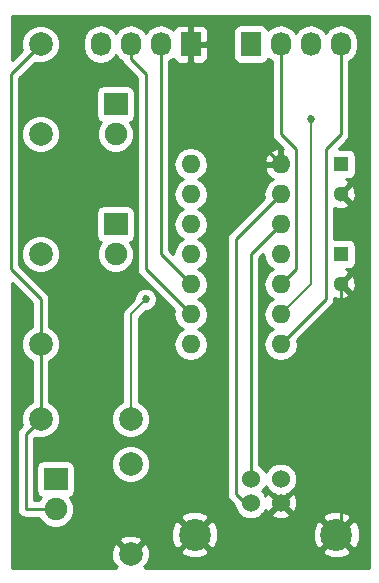
<source format=gtl>
G04 #@! TF.FileFunction,Copper,L1,Top,Signal*
%FSLAX46Y46*%
G04 Gerber Fmt 4.6, Leading zero omitted, Abs format (unit mm)*
G04 Created by KiCad (PCBNEW 4.0.4+e1-6308~48~ubuntu16.04.1-stable) date Thu Oct 20 18:00:38 2016*
%MOMM*%
%LPD*%
G01*
G04 APERTURE LIST*
%ADD10C,0.100000*%
%ADD11R,1.300000X1.300000*%
%ADD12C,1.300000*%
%ADD13R,2.000000X1.900000*%
%ADD14C,1.900000*%
%ADD15C,1.524000*%
%ADD16C,2.700020*%
%ADD17R,1.727200X2.032000*%
%ADD18O,1.727200X2.032000*%
%ADD19O,1.600000X1.600000*%
%ADD20C,1.998980*%
%ADD21C,0.685800*%
%ADD22C,0.250000*%
%ADD23C,0.152400*%
%ADD24C,0.254000*%
G04 APERTURE END LIST*
D10*
D11*
X157480000Y-85090000D03*
D12*
X157480000Y-87590000D03*
D11*
X157480000Y-92710000D03*
D12*
X157480000Y-95210000D03*
D13*
X133350000Y-111760000D03*
D14*
X133350000Y-114300000D03*
D13*
X138430000Y-80010000D03*
D14*
X138430000Y-82550000D03*
D13*
X138430000Y-90170000D03*
D14*
X138430000Y-92710000D03*
D15*
X149860000Y-111760000D03*
X152400000Y-111760000D03*
X152400000Y-113758980D03*
X149860000Y-113758980D03*
D16*
X145130520Y-116459000D03*
X157129480Y-116459000D03*
D17*
X144780000Y-74930000D03*
D18*
X142240000Y-74930000D03*
X139700000Y-74930000D03*
X137160000Y-74930000D03*
D17*
X149860000Y-74930000D03*
D18*
X152400000Y-74930000D03*
X154940000Y-74930000D03*
X157480000Y-74930000D03*
D19*
X144780000Y-85090000D03*
X144780000Y-87630000D03*
X144780000Y-90170000D03*
X144780000Y-92710000D03*
X144780000Y-95250000D03*
X144780000Y-97790000D03*
X144780000Y-100330000D03*
X152400000Y-100330000D03*
X152400000Y-97790000D03*
X152400000Y-95250000D03*
X152400000Y-92710000D03*
X152400000Y-90170000D03*
X152400000Y-87630000D03*
X152400000Y-85090000D03*
D20*
X139700000Y-110490000D03*
X139700000Y-118110000D03*
X139700000Y-106680000D03*
X132080000Y-106680000D03*
X132080000Y-74930000D03*
X132080000Y-82550000D03*
X132080000Y-100330000D03*
X132080000Y-92710000D03*
D21*
X154940000Y-81280000D03*
X140970000Y-96520000D03*
D22*
X132080000Y-74930000D02*
X129540000Y-77470000D01*
X129540000Y-77470000D02*
X129540000Y-93980000D01*
X129540000Y-93980000D02*
X132080000Y-96520000D01*
X132080000Y-96520000D02*
X132080000Y-100330000D01*
X132080000Y-106680000D02*
X130810000Y-107950000D01*
X130810000Y-107950000D02*
X130810000Y-114300000D01*
X130810000Y-114300000D02*
X133350000Y-114300000D01*
X132080000Y-100330000D02*
X132080000Y-106680000D01*
X152400000Y-85090000D02*
X144780000Y-77470000D01*
X144780000Y-77470000D02*
X144780000Y-74930000D01*
X157480000Y-95210000D02*
X157480000Y-116840000D01*
X157480000Y-116840000D02*
X157129480Y-116459000D01*
X157480000Y-87590000D02*
X157480000Y-87630000D01*
X157480000Y-87630000D02*
X158750000Y-88900000D01*
X158750000Y-88900000D02*
X158750000Y-93980000D01*
X158750000Y-93980000D02*
X157480000Y-95250000D01*
X157480000Y-95250000D02*
X157480000Y-95210000D01*
X152400000Y-90170000D02*
X149860000Y-92710000D01*
X149860000Y-92710000D02*
X149860000Y-111760000D01*
X152400000Y-87630000D02*
X148590000Y-91440000D01*
X148590000Y-91440000D02*
X148590000Y-113030000D01*
X148590000Y-113030000D02*
X149860000Y-114300000D01*
X149860000Y-114300000D02*
X149860000Y-113758980D01*
X144780000Y-95250000D02*
X142240000Y-92710000D01*
X142240000Y-92710000D02*
X142240000Y-74930000D01*
X144780000Y-97790000D02*
X140970000Y-93980000D01*
X140970000Y-93980000D02*
X140970000Y-77470000D01*
X140970000Y-77470000D02*
X139700000Y-76200000D01*
X139700000Y-76200000D02*
X139700000Y-74930000D01*
D23*
X152400000Y-97790000D02*
X154940000Y-95250000D01*
X154940000Y-95250000D02*
X154940000Y-81280000D01*
D22*
X152400000Y-95250000D02*
X153670000Y-93980000D01*
X153670000Y-93980000D02*
X153670000Y-83820000D01*
X153670000Y-83820000D02*
X152400000Y-82550000D01*
X152400000Y-82550000D02*
X152400000Y-74930000D01*
X152400000Y-100330000D02*
X156210000Y-96520000D01*
X156210000Y-96520000D02*
X156210000Y-83820000D01*
X156210000Y-83820000D02*
X157480000Y-82550000D01*
X157480000Y-82550000D02*
X157480000Y-74930000D01*
D23*
X140970000Y-96520000D02*
X139700000Y-97790000D01*
X139700000Y-97790000D02*
X139700000Y-106680000D01*
D24*
G36*
X159893000Y-119253000D02*
X140910284Y-119253000D01*
X140966446Y-119196838D01*
X140852164Y-119082556D01*
X141118965Y-118983958D01*
X141345401Y-118374418D01*
X141326524Y-117864601D01*
X143904524Y-117864601D01*
X144045992Y-118167790D01*
X144782472Y-118452747D01*
X145571940Y-118434174D01*
X146215048Y-118167790D01*
X146356516Y-117864601D01*
X155903484Y-117864601D01*
X156044952Y-118167790D01*
X156781432Y-118452747D01*
X157570900Y-118434174D01*
X158214008Y-118167790D01*
X158355476Y-117864601D01*
X157129480Y-116638605D01*
X155903484Y-117864601D01*
X146356516Y-117864601D01*
X145130520Y-116638605D01*
X143904524Y-117864601D01*
X141326524Y-117864601D01*
X141321341Y-117724623D01*
X141118965Y-117236042D01*
X140852163Y-117137443D01*
X139879605Y-118110000D01*
X139893748Y-118124142D01*
X139714142Y-118303748D01*
X139700000Y-118289605D01*
X139685858Y-118303748D01*
X139506252Y-118124142D01*
X139520395Y-118110000D01*
X138547837Y-117137443D01*
X138281035Y-117236042D01*
X138054599Y-117845582D01*
X138078659Y-118495377D01*
X138281035Y-118983958D01*
X138547836Y-119082556D01*
X138433554Y-119196838D01*
X138489716Y-119253000D01*
X129667000Y-119253000D01*
X129667000Y-116957837D01*
X138727443Y-116957837D01*
X139700000Y-117930395D01*
X140672557Y-116957837D01*
X140573958Y-116691035D01*
X139964418Y-116464599D01*
X139314623Y-116488659D01*
X138826042Y-116691035D01*
X138727443Y-116957837D01*
X129667000Y-116957837D01*
X129667000Y-116110952D01*
X143136773Y-116110952D01*
X143155346Y-116900420D01*
X143421730Y-117543528D01*
X143724919Y-117684996D01*
X144950915Y-116459000D01*
X145310125Y-116459000D01*
X146536121Y-117684996D01*
X146839310Y-117543528D01*
X147124267Y-116807048D01*
X147107891Y-116110952D01*
X155135733Y-116110952D01*
X155154306Y-116900420D01*
X155420690Y-117543528D01*
X155723879Y-117684996D01*
X156949875Y-116459000D01*
X157309085Y-116459000D01*
X158535081Y-117684996D01*
X158838270Y-117543528D01*
X159123227Y-116807048D01*
X159104654Y-116017580D01*
X158838270Y-115374472D01*
X158535081Y-115233004D01*
X157309085Y-116459000D01*
X156949875Y-116459000D01*
X155723879Y-115233004D01*
X155420690Y-115374472D01*
X155135733Y-116110952D01*
X147107891Y-116110952D01*
X147105694Y-116017580D01*
X146839310Y-115374472D01*
X146536121Y-115233004D01*
X145310125Y-116459000D01*
X144950915Y-116459000D01*
X143724919Y-115233004D01*
X143421730Y-115374472D01*
X143136773Y-116110952D01*
X129667000Y-116110952D01*
X129667000Y-95181802D01*
X131320000Y-96834802D01*
X131320000Y-98875504D01*
X131155345Y-98943538D01*
X130695154Y-99402927D01*
X130445794Y-100003453D01*
X130445226Y-100653694D01*
X130693538Y-101254655D01*
X131152927Y-101714846D01*
X131320000Y-101784221D01*
X131320000Y-105225504D01*
X131155345Y-105293538D01*
X130695154Y-105752927D01*
X130445794Y-106353453D01*
X130445226Y-107003694D01*
X130514309Y-107170889D01*
X130272599Y-107412599D01*
X130107852Y-107659161D01*
X130050000Y-107950000D01*
X130050000Y-114300000D01*
X130107852Y-114590839D01*
X130272599Y-114837401D01*
X130519161Y-115002148D01*
X130810000Y-115060000D01*
X131949053Y-115060000D01*
X132005519Y-115196657D01*
X132450997Y-115642914D01*
X133033341Y-115884724D01*
X133663893Y-115885275D01*
X134246657Y-115644481D01*
X134692914Y-115199003D01*
X134753373Y-115053399D01*
X143904524Y-115053399D01*
X145130520Y-116279395D01*
X146356516Y-115053399D01*
X146215048Y-114750210D01*
X145478568Y-114465253D01*
X144689100Y-114483826D01*
X144045992Y-114750210D01*
X143904524Y-115053399D01*
X134753373Y-115053399D01*
X134934724Y-114616659D01*
X134935275Y-113986107D01*
X134694481Y-113403343D01*
X134596971Y-113305663D01*
X134801441Y-113174090D01*
X134946431Y-112961890D01*
X134997440Y-112710000D01*
X134997440Y-110813694D01*
X138065226Y-110813694D01*
X138313538Y-111414655D01*
X138772927Y-111874846D01*
X139373453Y-112124206D01*
X140023694Y-112124774D01*
X140624655Y-111876462D01*
X141084846Y-111417073D01*
X141334206Y-110816547D01*
X141334774Y-110166306D01*
X141086462Y-109565345D01*
X140627073Y-109105154D01*
X140026547Y-108855794D01*
X139376306Y-108855226D01*
X138775345Y-109103538D01*
X138315154Y-109562927D01*
X138065794Y-110163453D01*
X138065226Y-110813694D01*
X134997440Y-110813694D01*
X134997440Y-110810000D01*
X134953162Y-110574683D01*
X134814090Y-110358559D01*
X134601890Y-110213569D01*
X134350000Y-110162560D01*
X132350000Y-110162560D01*
X132114683Y-110206838D01*
X131898559Y-110345910D01*
X131753569Y-110558110D01*
X131702560Y-110810000D01*
X131702560Y-112710000D01*
X131746838Y-112945317D01*
X131885910Y-113161441D01*
X132098110Y-113306431D01*
X132101192Y-113307055D01*
X132007086Y-113400997D01*
X131949367Y-113540000D01*
X131570000Y-113540000D01*
X131570000Y-108264802D01*
X131588917Y-108245885D01*
X131753453Y-108314206D01*
X132403694Y-108314774D01*
X133004655Y-108066462D01*
X133464846Y-107607073D01*
X133714206Y-107006547D01*
X133714208Y-107003694D01*
X138065226Y-107003694D01*
X138313538Y-107604655D01*
X138772927Y-108064846D01*
X139373453Y-108314206D01*
X140023694Y-108314774D01*
X140624655Y-108066462D01*
X141084846Y-107607073D01*
X141334206Y-107006547D01*
X141334774Y-106356306D01*
X141086462Y-105755345D01*
X140627073Y-105295154D01*
X140411200Y-105205516D01*
X140411200Y-98084588D01*
X140997864Y-97497925D01*
X141163663Y-97498069D01*
X141523212Y-97349507D01*
X141798540Y-97074659D01*
X141947730Y-96715370D01*
X141948069Y-96326337D01*
X141799507Y-95966788D01*
X141524659Y-95691460D01*
X141165370Y-95542270D01*
X140776337Y-95541931D01*
X140416788Y-95690493D01*
X140141460Y-95965341D01*
X139992270Y-96324630D01*
X139992124Y-96492087D01*
X139197106Y-97287106D01*
X139042937Y-97517835D01*
X139042937Y-97517836D01*
X138988800Y-97790000D01*
X138988800Y-105205340D01*
X138775345Y-105293538D01*
X138315154Y-105752927D01*
X138065794Y-106353453D01*
X138065226Y-107003694D01*
X133714208Y-107003694D01*
X133714774Y-106356306D01*
X133466462Y-105755345D01*
X133007073Y-105295154D01*
X132840000Y-105225779D01*
X132840000Y-101784496D01*
X133004655Y-101716462D01*
X133464846Y-101257073D01*
X133714206Y-100656547D01*
X133714774Y-100006306D01*
X133466462Y-99405345D01*
X133007073Y-98945154D01*
X132840000Y-98875779D01*
X132840000Y-96520000D01*
X132782148Y-96229161D01*
X132782148Y-96229160D01*
X132617401Y-95982599D01*
X130300000Y-93665198D01*
X130300000Y-93033694D01*
X130445226Y-93033694D01*
X130693538Y-93634655D01*
X131152927Y-94094846D01*
X131753453Y-94344206D01*
X132403694Y-94344774D01*
X133004655Y-94096462D01*
X133464846Y-93637073D01*
X133714206Y-93036547D01*
X133714774Y-92386306D01*
X133466462Y-91785345D01*
X133007073Y-91325154D01*
X132406547Y-91075794D01*
X131756306Y-91075226D01*
X131155345Y-91323538D01*
X130695154Y-91782927D01*
X130445794Y-92383453D01*
X130445226Y-93033694D01*
X130300000Y-93033694D01*
X130300000Y-89220000D01*
X136782560Y-89220000D01*
X136782560Y-91120000D01*
X136826838Y-91355317D01*
X136965910Y-91571441D01*
X137178110Y-91716431D01*
X137181192Y-91717055D01*
X137087086Y-91810997D01*
X136845276Y-92393341D01*
X136844725Y-93023893D01*
X137085519Y-93606657D01*
X137530997Y-94052914D01*
X138113341Y-94294724D01*
X138743893Y-94295275D01*
X139326657Y-94054481D01*
X139772914Y-93609003D01*
X140014724Y-93026659D01*
X140015275Y-92396107D01*
X139774481Y-91813343D01*
X139676971Y-91715663D01*
X139881441Y-91584090D01*
X140026431Y-91371890D01*
X140077440Y-91120000D01*
X140077440Y-89220000D01*
X140033162Y-88984683D01*
X139894090Y-88768559D01*
X139681890Y-88623569D01*
X139430000Y-88572560D01*
X137430000Y-88572560D01*
X137194683Y-88616838D01*
X136978559Y-88755910D01*
X136833569Y-88968110D01*
X136782560Y-89220000D01*
X130300000Y-89220000D01*
X130300000Y-82873694D01*
X130445226Y-82873694D01*
X130693538Y-83474655D01*
X131152927Y-83934846D01*
X131753453Y-84184206D01*
X132403694Y-84184774D01*
X133004655Y-83936462D01*
X133464846Y-83477073D01*
X133714206Y-82876547D01*
X133714774Y-82226306D01*
X133466462Y-81625345D01*
X133007073Y-81165154D01*
X132406547Y-80915794D01*
X131756306Y-80915226D01*
X131155345Y-81163538D01*
X130695154Y-81622927D01*
X130445794Y-82223453D01*
X130445226Y-82873694D01*
X130300000Y-82873694D01*
X130300000Y-79060000D01*
X136782560Y-79060000D01*
X136782560Y-80960000D01*
X136826838Y-81195317D01*
X136965910Y-81411441D01*
X137178110Y-81556431D01*
X137181192Y-81557055D01*
X137087086Y-81650997D01*
X136845276Y-82233341D01*
X136844725Y-82863893D01*
X137085519Y-83446657D01*
X137530997Y-83892914D01*
X138113341Y-84134724D01*
X138743893Y-84135275D01*
X139326657Y-83894481D01*
X139772914Y-83449003D01*
X140014724Y-82866659D01*
X140015275Y-82236107D01*
X139774481Y-81653343D01*
X139676971Y-81555663D01*
X139881441Y-81424090D01*
X140026431Y-81211890D01*
X140077440Y-80960000D01*
X140077440Y-79060000D01*
X140033162Y-78824683D01*
X139894090Y-78608559D01*
X139681890Y-78463569D01*
X139430000Y-78412560D01*
X137430000Y-78412560D01*
X137194683Y-78456838D01*
X136978559Y-78595910D01*
X136833569Y-78808110D01*
X136782560Y-79060000D01*
X130300000Y-79060000D01*
X130300000Y-77784802D01*
X131588917Y-76495885D01*
X131753453Y-76564206D01*
X132403694Y-76564774D01*
X133004655Y-76316462D01*
X133464846Y-75857073D01*
X133714206Y-75256547D01*
X133714652Y-74745255D01*
X135661400Y-74745255D01*
X135661400Y-75114745D01*
X135775474Y-75688234D01*
X136100330Y-76174415D01*
X136586511Y-76499271D01*
X137160000Y-76613345D01*
X137733489Y-76499271D01*
X138219670Y-76174415D01*
X138430000Y-75859634D01*
X138640330Y-76174415D01*
X138980065Y-76401419D01*
X138997852Y-76490839D01*
X139162599Y-76737401D01*
X140210000Y-77784802D01*
X140210000Y-93980000D01*
X140267852Y-94270839D01*
X140432599Y-94517401D01*
X143381312Y-97466114D01*
X143316887Y-97790000D01*
X143426120Y-98339151D01*
X143737189Y-98804698D01*
X144119275Y-99060000D01*
X143737189Y-99315302D01*
X143426120Y-99780849D01*
X143316887Y-100330000D01*
X143426120Y-100879151D01*
X143737189Y-101344698D01*
X144202736Y-101655767D01*
X144751887Y-101765000D01*
X144808113Y-101765000D01*
X145357264Y-101655767D01*
X145822811Y-101344698D01*
X146133880Y-100879151D01*
X146243113Y-100330000D01*
X146133880Y-99780849D01*
X145822811Y-99315302D01*
X145440725Y-99060000D01*
X145822811Y-98804698D01*
X146133880Y-98339151D01*
X146243113Y-97790000D01*
X146133880Y-97240849D01*
X145822811Y-96775302D01*
X145440725Y-96520000D01*
X145822811Y-96264698D01*
X146133880Y-95799151D01*
X146243113Y-95250000D01*
X146133880Y-94700849D01*
X145822811Y-94235302D01*
X145440725Y-93980000D01*
X145822811Y-93724698D01*
X146133880Y-93259151D01*
X146243113Y-92710000D01*
X146133880Y-92160849D01*
X145822811Y-91695302D01*
X145440725Y-91440000D01*
X147830000Y-91440000D01*
X147830000Y-113030000D01*
X147887852Y-113320839D01*
X148052599Y-113567401D01*
X148462809Y-113977611D01*
X148462758Y-114035641D01*
X148674990Y-114549283D01*
X149067630Y-114942609D01*
X149580900Y-115155737D01*
X150136661Y-115156222D01*
X150650303Y-114943990D01*
X150855457Y-114739193D01*
X151599392Y-114739193D01*
X151668857Y-114981377D01*
X152192302Y-115168124D01*
X152747368Y-115140342D01*
X152957266Y-115053399D01*
X155903484Y-115053399D01*
X157129480Y-116279395D01*
X158355476Y-115053399D01*
X158214008Y-114750210D01*
X157477528Y-114465253D01*
X156688060Y-114483826D01*
X156044952Y-114750210D01*
X155903484Y-115053399D01*
X152957266Y-115053399D01*
X153131143Y-114981377D01*
X153200608Y-114739193D01*
X152400000Y-113938585D01*
X151599392Y-114739193D01*
X150855457Y-114739193D01*
X151043629Y-114551350D01*
X151123395Y-114359253D01*
X151177603Y-114490123D01*
X151419787Y-114559588D01*
X152220395Y-113758980D01*
X152579605Y-113758980D01*
X153380213Y-114559588D01*
X153622397Y-114490123D01*
X153809144Y-113966678D01*
X153781362Y-113411612D01*
X153622397Y-113027837D01*
X153380213Y-112958372D01*
X152579605Y-113758980D01*
X152220395Y-113758980D01*
X151419787Y-112958372D01*
X151177603Y-113027837D01*
X151127491Y-113168298D01*
X151045010Y-112968677D01*
X150836168Y-112759470D01*
X151043629Y-112552370D01*
X151129949Y-112344488D01*
X151214990Y-112550303D01*
X151607630Y-112943629D01*
X151875471Y-113054846D01*
X152400000Y-113579375D01*
X152924564Y-113054811D01*
X153190303Y-112945010D01*
X153583629Y-112552370D01*
X153796757Y-112039100D01*
X153797242Y-111483339D01*
X153585010Y-110969697D01*
X153192370Y-110576371D01*
X152679100Y-110363243D01*
X152123339Y-110362758D01*
X151609697Y-110574990D01*
X151216371Y-110967630D01*
X151130051Y-111175512D01*
X151045010Y-110969697D01*
X150652370Y-110576371D01*
X150620000Y-110562930D01*
X150620000Y-93024802D01*
X150937405Y-92707397D01*
X150936887Y-92710000D01*
X151046120Y-93259151D01*
X151357189Y-93724698D01*
X151739275Y-93980000D01*
X151357189Y-94235302D01*
X151046120Y-94700849D01*
X150936887Y-95250000D01*
X151046120Y-95799151D01*
X151357189Y-96264698D01*
X151739275Y-96520000D01*
X151357189Y-96775302D01*
X151046120Y-97240849D01*
X150936887Y-97790000D01*
X151046120Y-98339151D01*
X151357189Y-98804698D01*
X151739275Y-99060000D01*
X151357189Y-99315302D01*
X151046120Y-99780849D01*
X150936887Y-100330000D01*
X151046120Y-100879151D01*
X151357189Y-101344698D01*
X151822736Y-101655767D01*
X152371887Y-101765000D01*
X152428113Y-101765000D01*
X152977264Y-101655767D01*
X153442811Y-101344698D01*
X153753880Y-100879151D01*
X153863113Y-100330000D01*
X153798688Y-100006114D01*
X156747401Y-97057401D01*
X156912148Y-96810839D01*
X156970000Y-96520000D01*
X156970000Y-96393107D01*
X157299078Y-96507622D01*
X157809428Y-96478083D01*
X158143729Y-96339611D01*
X158199410Y-96109016D01*
X157480000Y-95389605D01*
X157465858Y-95403748D01*
X157286253Y-95224143D01*
X157300395Y-95210000D01*
X157659605Y-95210000D01*
X158379016Y-95929410D01*
X158609611Y-95873729D01*
X158777622Y-95390922D01*
X158748083Y-94880572D01*
X158609611Y-94546271D01*
X158379016Y-94490590D01*
X157659605Y-95210000D01*
X157300395Y-95210000D01*
X157286253Y-95195858D01*
X157465858Y-95016252D01*
X157480000Y-95030395D01*
X158199410Y-94310984D01*
X158143729Y-94080389D01*
X157934098Y-94007440D01*
X158130000Y-94007440D01*
X158365317Y-93963162D01*
X158581441Y-93824090D01*
X158726431Y-93611890D01*
X158777440Y-93360000D01*
X158777440Y-92060000D01*
X158733162Y-91824683D01*
X158594090Y-91608559D01*
X158381890Y-91463569D01*
X158130000Y-91412560D01*
X156970000Y-91412560D01*
X156970000Y-88773107D01*
X157299078Y-88887622D01*
X157809428Y-88858083D01*
X158143729Y-88719611D01*
X158199410Y-88489016D01*
X157480000Y-87769605D01*
X157465858Y-87783748D01*
X157286253Y-87604143D01*
X157300395Y-87590000D01*
X157659605Y-87590000D01*
X158379016Y-88309410D01*
X158609611Y-88253729D01*
X158777622Y-87770922D01*
X158748083Y-87260572D01*
X158609611Y-86926271D01*
X158379016Y-86870590D01*
X157659605Y-87590000D01*
X157300395Y-87590000D01*
X157286253Y-87575858D01*
X157465858Y-87396252D01*
X157480000Y-87410395D01*
X158199410Y-86690984D01*
X158143729Y-86460389D01*
X157934098Y-86387440D01*
X158130000Y-86387440D01*
X158365317Y-86343162D01*
X158581441Y-86204090D01*
X158726431Y-85991890D01*
X158777440Y-85740000D01*
X158777440Y-84440000D01*
X158733162Y-84204683D01*
X158594090Y-83988559D01*
X158381890Y-83843569D01*
X158130000Y-83792560D01*
X157312242Y-83792560D01*
X158017401Y-83087401D01*
X158182148Y-82840840D01*
X158240000Y-82550000D01*
X158240000Y-76374648D01*
X158539670Y-76174415D01*
X158864526Y-75688234D01*
X158978600Y-75114745D01*
X158978600Y-74745255D01*
X158864526Y-74171766D01*
X158539670Y-73685585D01*
X158053489Y-73360729D01*
X157480000Y-73246655D01*
X156906511Y-73360729D01*
X156420330Y-73685585D01*
X156210000Y-74000366D01*
X155999670Y-73685585D01*
X155513489Y-73360729D01*
X154940000Y-73246655D01*
X154366511Y-73360729D01*
X153880330Y-73685585D01*
X153670000Y-74000366D01*
X153459670Y-73685585D01*
X152973489Y-73360729D01*
X152400000Y-73246655D01*
X151826511Y-73360729D01*
X151340330Y-73685585D01*
X151330757Y-73699913D01*
X151326762Y-73678683D01*
X151187690Y-73462559D01*
X150975490Y-73317569D01*
X150723600Y-73266560D01*
X148996400Y-73266560D01*
X148761083Y-73310838D01*
X148544959Y-73449910D01*
X148399969Y-73662110D01*
X148348960Y-73914000D01*
X148348960Y-75946000D01*
X148393238Y-76181317D01*
X148532310Y-76397441D01*
X148744510Y-76542431D01*
X148996400Y-76593440D01*
X150723600Y-76593440D01*
X150958917Y-76549162D01*
X151175041Y-76410090D01*
X151320031Y-76197890D01*
X151328400Y-76156561D01*
X151340330Y-76174415D01*
X151640000Y-76374648D01*
X151640000Y-82550000D01*
X151697852Y-82840839D01*
X151862599Y-83087401D01*
X152570699Y-83795501D01*
X152527000Y-83819371D01*
X152527000Y-84963000D01*
X152547000Y-84963000D01*
X152547000Y-85217000D01*
X152527000Y-85217000D01*
X152527000Y-85237000D01*
X152273000Y-85237000D01*
X152273000Y-85217000D01*
X151130085Y-85217000D01*
X151008096Y-85439039D01*
X151168959Y-85827423D01*
X151544866Y-86242389D01*
X151761703Y-86345014D01*
X151357189Y-86615302D01*
X151046120Y-87080849D01*
X150936887Y-87630000D01*
X151001312Y-87953886D01*
X148052599Y-90902599D01*
X147887852Y-91149161D01*
X147830000Y-91440000D01*
X145440725Y-91440000D01*
X145822811Y-91184698D01*
X146133880Y-90719151D01*
X146243113Y-90170000D01*
X146133880Y-89620849D01*
X145822811Y-89155302D01*
X145440725Y-88900000D01*
X145822811Y-88644698D01*
X146133880Y-88179151D01*
X146243113Y-87630000D01*
X146133880Y-87080849D01*
X145822811Y-86615302D01*
X145440725Y-86360000D01*
X145822811Y-86104698D01*
X146133880Y-85639151D01*
X146243113Y-85090000D01*
X146173685Y-84740961D01*
X151008096Y-84740961D01*
X151130085Y-84963000D01*
X152273000Y-84963000D01*
X152273000Y-83819371D01*
X152050959Y-83698086D01*
X151544866Y-83937611D01*
X151168959Y-84352577D01*
X151008096Y-84740961D01*
X146173685Y-84740961D01*
X146133880Y-84540849D01*
X145822811Y-84075302D01*
X145357264Y-83764233D01*
X144808113Y-83655000D01*
X144751887Y-83655000D01*
X144202736Y-83764233D01*
X143737189Y-84075302D01*
X143426120Y-84540849D01*
X143316887Y-85090000D01*
X143426120Y-85639151D01*
X143737189Y-86104698D01*
X144119275Y-86360000D01*
X143737189Y-86615302D01*
X143426120Y-87080849D01*
X143316887Y-87630000D01*
X143426120Y-88179151D01*
X143737189Y-88644698D01*
X144119275Y-88900000D01*
X143737189Y-89155302D01*
X143426120Y-89620849D01*
X143316887Y-90170000D01*
X143426120Y-90719151D01*
X143737189Y-91184698D01*
X144119275Y-91440000D01*
X143737189Y-91695302D01*
X143426120Y-92160849D01*
X143316887Y-92710000D01*
X143317405Y-92712603D01*
X143000000Y-92395198D01*
X143000000Y-76374648D01*
X143299670Y-76174415D01*
X143314500Y-76152220D01*
X143378073Y-76305698D01*
X143556701Y-76484327D01*
X143790090Y-76581000D01*
X144494250Y-76581000D01*
X144653000Y-76422250D01*
X144653000Y-75057000D01*
X144907000Y-75057000D01*
X144907000Y-76422250D01*
X145065750Y-76581000D01*
X145769910Y-76581000D01*
X146003299Y-76484327D01*
X146181927Y-76305698D01*
X146278600Y-76072309D01*
X146278600Y-75215750D01*
X146119850Y-75057000D01*
X144907000Y-75057000D01*
X144653000Y-75057000D01*
X144633000Y-75057000D01*
X144633000Y-74803000D01*
X144653000Y-74803000D01*
X144653000Y-73437750D01*
X144907000Y-73437750D01*
X144907000Y-74803000D01*
X146119850Y-74803000D01*
X146278600Y-74644250D01*
X146278600Y-73787691D01*
X146181927Y-73554302D01*
X146003299Y-73375673D01*
X145769910Y-73279000D01*
X145065750Y-73279000D01*
X144907000Y-73437750D01*
X144653000Y-73437750D01*
X144494250Y-73279000D01*
X143790090Y-73279000D01*
X143556701Y-73375673D01*
X143378073Y-73554302D01*
X143314500Y-73707780D01*
X143299670Y-73685585D01*
X142813489Y-73360729D01*
X142240000Y-73246655D01*
X141666511Y-73360729D01*
X141180330Y-73685585D01*
X140970000Y-74000366D01*
X140759670Y-73685585D01*
X140273489Y-73360729D01*
X139700000Y-73246655D01*
X139126511Y-73360729D01*
X138640330Y-73685585D01*
X138430000Y-74000366D01*
X138219670Y-73685585D01*
X137733489Y-73360729D01*
X137160000Y-73246655D01*
X136586511Y-73360729D01*
X136100330Y-73685585D01*
X135775474Y-74171766D01*
X135661400Y-74745255D01*
X133714652Y-74745255D01*
X133714774Y-74606306D01*
X133466462Y-74005345D01*
X133007073Y-73545154D01*
X132406547Y-73295794D01*
X131756306Y-73295226D01*
X131155345Y-73543538D01*
X130695154Y-74002927D01*
X130445794Y-74603453D01*
X130445226Y-75253694D01*
X130514309Y-75420889D01*
X129667000Y-76268198D01*
X129667000Y-72517000D01*
X159893000Y-72517000D01*
X159893000Y-119253000D01*
X159893000Y-119253000D01*
G37*
X159893000Y-119253000D02*
X140910284Y-119253000D01*
X140966446Y-119196838D01*
X140852164Y-119082556D01*
X141118965Y-118983958D01*
X141345401Y-118374418D01*
X141326524Y-117864601D01*
X143904524Y-117864601D01*
X144045992Y-118167790D01*
X144782472Y-118452747D01*
X145571940Y-118434174D01*
X146215048Y-118167790D01*
X146356516Y-117864601D01*
X155903484Y-117864601D01*
X156044952Y-118167790D01*
X156781432Y-118452747D01*
X157570900Y-118434174D01*
X158214008Y-118167790D01*
X158355476Y-117864601D01*
X157129480Y-116638605D01*
X155903484Y-117864601D01*
X146356516Y-117864601D01*
X145130520Y-116638605D01*
X143904524Y-117864601D01*
X141326524Y-117864601D01*
X141321341Y-117724623D01*
X141118965Y-117236042D01*
X140852163Y-117137443D01*
X139879605Y-118110000D01*
X139893748Y-118124142D01*
X139714142Y-118303748D01*
X139700000Y-118289605D01*
X139685858Y-118303748D01*
X139506252Y-118124142D01*
X139520395Y-118110000D01*
X138547837Y-117137443D01*
X138281035Y-117236042D01*
X138054599Y-117845582D01*
X138078659Y-118495377D01*
X138281035Y-118983958D01*
X138547836Y-119082556D01*
X138433554Y-119196838D01*
X138489716Y-119253000D01*
X129667000Y-119253000D01*
X129667000Y-116957837D01*
X138727443Y-116957837D01*
X139700000Y-117930395D01*
X140672557Y-116957837D01*
X140573958Y-116691035D01*
X139964418Y-116464599D01*
X139314623Y-116488659D01*
X138826042Y-116691035D01*
X138727443Y-116957837D01*
X129667000Y-116957837D01*
X129667000Y-116110952D01*
X143136773Y-116110952D01*
X143155346Y-116900420D01*
X143421730Y-117543528D01*
X143724919Y-117684996D01*
X144950915Y-116459000D01*
X145310125Y-116459000D01*
X146536121Y-117684996D01*
X146839310Y-117543528D01*
X147124267Y-116807048D01*
X147107891Y-116110952D01*
X155135733Y-116110952D01*
X155154306Y-116900420D01*
X155420690Y-117543528D01*
X155723879Y-117684996D01*
X156949875Y-116459000D01*
X157309085Y-116459000D01*
X158535081Y-117684996D01*
X158838270Y-117543528D01*
X159123227Y-116807048D01*
X159104654Y-116017580D01*
X158838270Y-115374472D01*
X158535081Y-115233004D01*
X157309085Y-116459000D01*
X156949875Y-116459000D01*
X155723879Y-115233004D01*
X155420690Y-115374472D01*
X155135733Y-116110952D01*
X147107891Y-116110952D01*
X147105694Y-116017580D01*
X146839310Y-115374472D01*
X146536121Y-115233004D01*
X145310125Y-116459000D01*
X144950915Y-116459000D01*
X143724919Y-115233004D01*
X143421730Y-115374472D01*
X143136773Y-116110952D01*
X129667000Y-116110952D01*
X129667000Y-95181802D01*
X131320000Y-96834802D01*
X131320000Y-98875504D01*
X131155345Y-98943538D01*
X130695154Y-99402927D01*
X130445794Y-100003453D01*
X130445226Y-100653694D01*
X130693538Y-101254655D01*
X131152927Y-101714846D01*
X131320000Y-101784221D01*
X131320000Y-105225504D01*
X131155345Y-105293538D01*
X130695154Y-105752927D01*
X130445794Y-106353453D01*
X130445226Y-107003694D01*
X130514309Y-107170889D01*
X130272599Y-107412599D01*
X130107852Y-107659161D01*
X130050000Y-107950000D01*
X130050000Y-114300000D01*
X130107852Y-114590839D01*
X130272599Y-114837401D01*
X130519161Y-115002148D01*
X130810000Y-115060000D01*
X131949053Y-115060000D01*
X132005519Y-115196657D01*
X132450997Y-115642914D01*
X133033341Y-115884724D01*
X133663893Y-115885275D01*
X134246657Y-115644481D01*
X134692914Y-115199003D01*
X134753373Y-115053399D01*
X143904524Y-115053399D01*
X145130520Y-116279395D01*
X146356516Y-115053399D01*
X146215048Y-114750210D01*
X145478568Y-114465253D01*
X144689100Y-114483826D01*
X144045992Y-114750210D01*
X143904524Y-115053399D01*
X134753373Y-115053399D01*
X134934724Y-114616659D01*
X134935275Y-113986107D01*
X134694481Y-113403343D01*
X134596971Y-113305663D01*
X134801441Y-113174090D01*
X134946431Y-112961890D01*
X134997440Y-112710000D01*
X134997440Y-110813694D01*
X138065226Y-110813694D01*
X138313538Y-111414655D01*
X138772927Y-111874846D01*
X139373453Y-112124206D01*
X140023694Y-112124774D01*
X140624655Y-111876462D01*
X141084846Y-111417073D01*
X141334206Y-110816547D01*
X141334774Y-110166306D01*
X141086462Y-109565345D01*
X140627073Y-109105154D01*
X140026547Y-108855794D01*
X139376306Y-108855226D01*
X138775345Y-109103538D01*
X138315154Y-109562927D01*
X138065794Y-110163453D01*
X138065226Y-110813694D01*
X134997440Y-110813694D01*
X134997440Y-110810000D01*
X134953162Y-110574683D01*
X134814090Y-110358559D01*
X134601890Y-110213569D01*
X134350000Y-110162560D01*
X132350000Y-110162560D01*
X132114683Y-110206838D01*
X131898559Y-110345910D01*
X131753569Y-110558110D01*
X131702560Y-110810000D01*
X131702560Y-112710000D01*
X131746838Y-112945317D01*
X131885910Y-113161441D01*
X132098110Y-113306431D01*
X132101192Y-113307055D01*
X132007086Y-113400997D01*
X131949367Y-113540000D01*
X131570000Y-113540000D01*
X131570000Y-108264802D01*
X131588917Y-108245885D01*
X131753453Y-108314206D01*
X132403694Y-108314774D01*
X133004655Y-108066462D01*
X133464846Y-107607073D01*
X133714206Y-107006547D01*
X133714208Y-107003694D01*
X138065226Y-107003694D01*
X138313538Y-107604655D01*
X138772927Y-108064846D01*
X139373453Y-108314206D01*
X140023694Y-108314774D01*
X140624655Y-108066462D01*
X141084846Y-107607073D01*
X141334206Y-107006547D01*
X141334774Y-106356306D01*
X141086462Y-105755345D01*
X140627073Y-105295154D01*
X140411200Y-105205516D01*
X140411200Y-98084588D01*
X140997864Y-97497925D01*
X141163663Y-97498069D01*
X141523212Y-97349507D01*
X141798540Y-97074659D01*
X141947730Y-96715370D01*
X141948069Y-96326337D01*
X141799507Y-95966788D01*
X141524659Y-95691460D01*
X141165370Y-95542270D01*
X140776337Y-95541931D01*
X140416788Y-95690493D01*
X140141460Y-95965341D01*
X139992270Y-96324630D01*
X139992124Y-96492087D01*
X139197106Y-97287106D01*
X139042937Y-97517835D01*
X139042937Y-97517836D01*
X138988800Y-97790000D01*
X138988800Y-105205340D01*
X138775345Y-105293538D01*
X138315154Y-105752927D01*
X138065794Y-106353453D01*
X138065226Y-107003694D01*
X133714208Y-107003694D01*
X133714774Y-106356306D01*
X133466462Y-105755345D01*
X133007073Y-105295154D01*
X132840000Y-105225779D01*
X132840000Y-101784496D01*
X133004655Y-101716462D01*
X133464846Y-101257073D01*
X133714206Y-100656547D01*
X133714774Y-100006306D01*
X133466462Y-99405345D01*
X133007073Y-98945154D01*
X132840000Y-98875779D01*
X132840000Y-96520000D01*
X132782148Y-96229161D01*
X132782148Y-96229160D01*
X132617401Y-95982599D01*
X130300000Y-93665198D01*
X130300000Y-93033694D01*
X130445226Y-93033694D01*
X130693538Y-93634655D01*
X131152927Y-94094846D01*
X131753453Y-94344206D01*
X132403694Y-94344774D01*
X133004655Y-94096462D01*
X133464846Y-93637073D01*
X133714206Y-93036547D01*
X133714774Y-92386306D01*
X133466462Y-91785345D01*
X133007073Y-91325154D01*
X132406547Y-91075794D01*
X131756306Y-91075226D01*
X131155345Y-91323538D01*
X130695154Y-91782927D01*
X130445794Y-92383453D01*
X130445226Y-93033694D01*
X130300000Y-93033694D01*
X130300000Y-89220000D01*
X136782560Y-89220000D01*
X136782560Y-91120000D01*
X136826838Y-91355317D01*
X136965910Y-91571441D01*
X137178110Y-91716431D01*
X137181192Y-91717055D01*
X137087086Y-91810997D01*
X136845276Y-92393341D01*
X136844725Y-93023893D01*
X137085519Y-93606657D01*
X137530997Y-94052914D01*
X138113341Y-94294724D01*
X138743893Y-94295275D01*
X139326657Y-94054481D01*
X139772914Y-93609003D01*
X140014724Y-93026659D01*
X140015275Y-92396107D01*
X139774481Y-91813343D01*
X139676971Y-91715663D01*
X139881441Y-91584090D01*
X140026431Y-91371890D01*
X140077440Y-91120000D01*
X140077440Y-89220000D01*
X140033162Y-88984683D01*
X139894090Y-88768559D01*
X139681890Y-88623569D01*
X139430000Y-88572560D01*
X137430000Y-88572560D01*
X137194683Y-88616838D01*
X136978559Y-88755910D01*
X136833569Y-88968110D01*
X136782560Y-89220000D01*
X130300000Y-89220000D01*
X130300000Y-82873694D01*
X130445226Y-82873694D01*
X130693538Y-83474655D01*
X131152927Y-83934846D01*
X131753453Y-84184206D01*
X132403694Y-84184774D01*
X133004655Y-83936462D01*
X133464846Y-83477073D01*
X133714206Y-82876547D01*
X133714774Y-82226306D01*
X133466462Y-81625345D01*
X133007073Y-81165154D01*
X132406547Y-80915794D01*
X131756306Y-80915226D01*
X131155345Y-81163538D01*
X130695154Y-81622927D01*
X130445794Y-82223453D01*
X130445226Y-82873694D01*
X130300000Y-82873694D01*
X130300000Y-79060000D01*
X136782560Y-79060000D01*
X136782560Y-80960000D01*
X136826838Y-81195317D01*
X136965910Y-81411441D01*
X137178110Y-81556431D01*
X137181192Y-81557055D01*
X137087086Y-81650997D01*
X136845276Y-82233341D01*
X136844725Y-82863893D01*
X137085519Y-83446657D01*
X137530997Y-83892914D01*
X138113341Y-84134724D01*
X138743893Y-84135275D01*
X139326657Y-83894481D01*
X139772914Y-83449003D01*
X140014724Y-82866659D01*
X140015275Y-82236107D01*
X139774481Y-81653343D01*
X139676971Y-81555663D01*
X139881441Y-81424090D01*
X140026431Y-81211890D01*
X140077440Y-80960000D01*
X140077440Y-79060000D01*
X140033162Y-78824683D01*
X139894090Y-78608559D01*
X139681890Y-78463569D01*
X139430000Y-78412560D01*
X137430000Y-78412560D01*
X137194683Y-78456838D01*
X136978559Y-78595910D01*
X136833569Y-78808110D01*
X136782560Y-79060000D01*
X130300000Y-79060000D01*
X130300000Y-77784802D01*
X131588917Y-76495885D01*
X131753453Y-76564206D01*
X132403694Y-76564774D01*
X133004655Y-76316462D01*
X133464846Y-75857073D01*
X133714206Y-75256547D01*
X133714652Y-74745255D01*
X135661400Y-74745255D01*
X135661400Y-75114745D01*
X135775474Y-75688234D01*
X136100330Y-76174415D01*
X136586511Y-76499271D01*
X137160000Y-76613345D01*
X137733489Y-76499271D01*
X138219670Y-76174415D01*
X138430000Y-75859634D01*
X138640330Y-76174415D01*
X138980065Y-76401419D01*
X138997852Y-76490839D01*
X139162599Y-76737401D01*
X140210000Y-77784802D01*
X140210000Y-93980000D01*
X140267852Y-94270839D01*
X140432599Y-94517401D01*
X143381312Y-97466114D01*
X143316887Y-97790000D01*
X143426120Y-98339151D01*
X143737189Y-98804698D01*
X144119275Y-99060000D01*
X143737189Y-99315302D01*
X143426120Y-99780849D01*
X143316887Y-100330000D01*
X143426120Y-100879151D01*
X143737189Y-101344698D01*
X144202736Y-101655767D01*
X144751887Y-101765000D01*
X144808113Y-101765000D01*
X145357264Y-101655767D01*
X145822811Y-101344698D01*
X146133880Y-100879151D01*
X146243113Y-100330000D01*
X146133880Y-99780849D01*
X145822811Y-99315302D01*
X145440725Y-99060000D01*
X145822811Y-98804698D01*
X146133880Y-98339151D01*
X146243113Y-97790000D01*
X146133880Y-97240849D01*
X145822811Y-96775302D01*
X145440725Y-96520000D01*
X145822811Y-96264698D01*
X146133880Y-95799151D01*
X146243113Y-95250000D01*
X146133880Y-94700849D01*
X145822811Y-94235302D01*
X145440725Y-93980000D01*
X145822811Y-93724698D01*
X146133880Y-93259151D01*
X146243113Y-92710000D01*
X146133880Y-92160849D01*
X145822811Y-91695302D01*
X145440725Y-91440000D01*
X147830000Y-91440000D01*
X147830000Y-113030000D01*
X147887852Y-113320839D01*
X148052599Y-113567401D01*
X148462809Y-113977611D01*
X148462758Y-114035641D01*
X148674990Y-114549283D01*
X149067630Y-114942609D01*
X149580900Y-115155737D01*
X150136661Y-115156222D01*
X150650303Y-114943990D01*
X150855457Y-114739193D01*
X151599392Y-114739193D01*
X151668857Y-114981377D01*
X152192302Y-115168124D01*
X152747368Y-115140342D01*
X152957266Y-115053399D01*
X155903484Y-115053399D01*
X157129480Y-116279395D01*
X158355476Y-115053399D01*
X158214008Y-114750210D01*
X157477528Y-114465253D01*
X156688060Y-114483826D01*
X156044952Y-114750210D01*
X155903484Y-115053399D01*
X152957266Y-115053399D01*
X153131143Y-114981377D01*
X153200608Y-114739193D01*
X152400000Y-113938585D01*
X151599392Y-114739193D01*
X150855457Y-114739193D01*
X151043629Y-114551350D01*
X151123395Y-114359253D01*
X151177603Y-114490123D01*
X151419787Y-114559588D01*
X152220395Y-113758980D01*
X152579605Y-113758980D01*
X153380213Y-114559588D01*
X153622397Y-114490123D01*
X153809144Y-113966678D01*
X153781362Y-113411612D01*
X153622397Y-113027837D01*
X153380213Y-112958372D01*
X152579605Y-113758980D01*
X152220395Y-113758980D01*
X151419787Y-112958372D01*
X151177603Y-113027837D01*
X151127491Y-113168298D01*
X151045010Y-112968677D01*
X150836168Y-112759470D01*
X151043629Y-112552370D01*
X151129949Y-112344488D01*
X151214990Y-112550303D01*
X151607630Y-112943629D01*
X151875471Y-113054846D01*
X152400000Y-113579375D01*
X152924564Y-113054811D01*
X153190303Y-112945010D01*
X153583629Y-112552370D01*
X153796757Y-112039100D01*
X153797242Y-111483339D01*
X153585010Y-110969697D01*
X153192370Y-110576371D01*
X152679100Y-110363243D01*
X152123339Y-110362758D01*
X151609697Y-110574990D01*
X151216371Y-110967630D01*
X151130051Y-111175512D01*
X151045010Y-110969697D01*
X150652370Y-110576371D01*
X150620000Y-110562930D01*
X150620000Y-93024802D01*
X150937405Y-92707397D01*
X150936887Y-92710000D01*
X151046120Y-93259151D01*
X151357189Y-93724698D01*
X151739275Y-93980000D01*
X151357189Y-94235302D01*
X151046120Y-94700849D01*
X150936887Y-95250000D01*
X151046120Y-95799151D01*
X151357189Y-96264698D01*
X151739275Y-96520000D01*
X151357189Y-96775302D01*
X151046120Y-97240849D01*
X150936887Y-97790000D01*
X151046120Y-98339151D01*
X151357189Y-98804698D01*
X151739275Y-99060000D01*
X151357189Y-99315302D01*
X151046120Y-99780849D01*
X150936887Y-100330000D01*
X151046120Y-100879151D01*
X151357189Y-101344698D01*
X151822736Y-101655767D01*
X152371887Y-101765000D01*
X152428113Y-101765000D01*
X152977264Y-101655767D01*
X153442811Y-101344698D01*
X153753880Y-100879151D01*
X153863113Y-100330000D01*
X153798688Y-100006114D01*
X156747401Y-97057401D01*
X156912148Y-96810839D01*
X156970000Y-96520000D01*
X156970000Y-96393107D01*
X157299078Y-96507622D01*
X157809428Y-96478083D01*
X158143729Y-96339611D01*
X158199410Y-96109016D01*
X157480000Y-95389605D01*
X157465858Y-95403748D01*
X157286253Y-95224143D01*
X157300395Y-95210000D01*
X157659605Y-95210000D01*
X158379016Y-95929410D01*
X158609611Y-95873729D01*
X158777622Y-95390922D01*
X158748083Y-94880572D01*
X158609611Y-94546271D01*
X158379016Y-94490590D01*
X157659605Y-95210000D01*
X157300395Y-95210000D01*
X157286253Y-95195858D01*
X157465858Y-95016252D01*
X157480000Y-95030395D01*
X158199410Y-94310984D01*
X158143729Y-94080389D01*
X157934098Y-94007440D01*
X158130000Y-94007440D01*
X158365317Y-93963162D01*
X158581441Y-93824090D01*
X158726431Y-93611890D01*
X158777440Y-93360000D01*
X158777440Y-92060000D01*
X158733162Y-91824683D01*
X158594090Y-91608559D01*
X158381890Y-91463569D01*
X158130000Y-91412560D01*
X156970000Y-91412560D01*
X156970000Y-88773107D01*
X157299078Y-88887622D01*
X157809428Y-88858083D01*
X158143729Y-88719611D01*
X158199410Y-88489016D01*
X157480000Y-87769605D01*
X157465858Y-87783748D01*
X157286253Y-87604143D01*
X157300395Y-87590000D01*
X157659605Y-87590000D01*
X158379016Y-88309410D01*
X158609611Y-88253729D01*
X158777622Y-87770922D01*
X158748083Y-87260572D01*
X158609611Y-86926271D01*
X158379016Y-86870590D01*
X157659605Y-87590000D01*
X157300395Y-87590000D01*
X157286253Y-87575858D01*
X157465858Y-87396252D01*
X157480000Y-87410395D01*
X158199410Y-86690984D01*
X158143729Y-86460389D01*
X157934098Y-86387440D01*
X158130000Y-86387440D01*
X158365317Y-86343162D01*
X158581441Y-86204090D01*
X158726431Y-85991890D01*
X158777440Y-85740000D01*
X158777440Y-84440000D01*
X158733162Y-84204683D01*
X158594090Y-83988559D01*
X158381890Y-83843569D01*
X158130000Y-83792560D01*
X157312242Y-83792560D01*
X158017401Y-83087401D01*
X158182148Y-82840840D01*
X158240000Y-82550000D01*
X158240000Y-76374648D01*
X158539670Y-76174415D01*
X158864526Y-75688234D01*
X158978600Y-75114745D01*
X158978600Y-74745255D01*
X158864526Y-74171766D01*
X158539670Y-73685585D01*
X158053489Y-73360729D01*
X157480000Y-73246655D01*
X156906511Y-73360729D01*
X156420330Y-73685585D01*
X156210000Y-74000366D01*
X155999670Y-73685585D01*
X155513489Y-73360729D01*
X154940000Y-73246655D01*
X154366511Y-73360729D01*
X153880330Y-73685585D01*
X153670000Y-74000366D01*
X153459670Y-73685585D01*
X152973489Y-73360729D01*
X152400000Y-73246655D01*
X151826511Y-73360729D01*
X151340330Y-73685585D01*
X151330757Y-73699913D01*
X151326762Y-73678683D01*
X151187690Y-73462559D01*
X150975490Y-73317569D01*
X150723600Y-73266560D01*
X148996400Y-73266560D01*
X148761083Y-73310838D01*
X148544959Y-73449910D01*
X148399969Y-73662110D01*
X148348960Y-73914000D01*
X148348960Y-75946000D01*
X148393238Y-76181317D01*
X148532310Y-76397441D01*
X148744510Y-76542431D01*
X148996400Y-76593440D01*
X150723600Y-76593440D01*
X150958917Y-76549162D01*
X151175041Y-76410090D01*
X151320031Y-76197890D01*
X151328400Y-76156561D01*
X151340330Y-76174415D01*
X151640000Y-76374648D01*
X151640000Y-82550000D01*
X151697852Y-82840839D01*
X151862599Y-83087401D01*
X152570699Y-83795501D01*
X152527000Y-83819371D01*
X152527000Y-84963000D01*
X152547000Y-84963000D01*
X152547000Y-85217000D01*
X152527000Y-85217000D01*
X152527000Y-85237000D01*
X152273000Y-85237000D01*
X152273000Y-85217000D01*
X151130085Y-85217000D01*
X151008096Y-85439039D01*
X151168959Y-85827423D01*
X151544866Y-86242389D01*
X151761703Y-86345014D01*
X151357189Y-86615302D01*
X151046120Y-87080849D01*
X150936887Y-87630000D01*
X151001312Y-87953886D01*
X148052599Y-90902599D01*
X147887852Y-91149161D01*
X147830000Y-91440000D01*
X145440725Y-91440000D01*
X145822811Y-91184698D01*
X146133880Y-90719151D01*
X146243113Y-90170000D01*
X146133880Y-89620849D01*
X145822811Y-89155302D01*
X145440725Y-88900000D01*
X145822811Y-88644698D01*
X146133880Y-88179151D01*
X146243113Y-87630000D01*
X146133880Y-87080849D01*
X145822811Y-86615302D01*
X145440725Y-86360000D01*
X145822811Y-86104698D01*
X146133880Y-85639151D01*
X146243113Y-85090000D01*
X146173685Y-84740961D01*
X151008096Y-84740961D01*
X151130085Y-84963000D01*
X152273000Y-84963000D01*
X152273000Y-83819371D01*
X152050959Y-83698086D01*
X151544866Y-83937611D01*
X151168959Y-84352577D01*
X151008096Y-84740961D01*
X146173685Y-84740961D01*
X146133880Y-84540849D01*
X145822811Y-84075302D01*
X145357264Y-83764233D01*
X144808113Y-83655000D01*
X144751887Y-83655000D01*
X144202736Y-83764233D01*
X143737189Y-84075302D01*
X143426120Y-84540849D01*
X143316887Y-85090000D01*
X143426120Y-85639151D01*
X143737189Y-86104698D01*
X144119275Y-86360000D01*
X143737189Y-86615302D01*
X143426120Y-87080849D01*
X143316887Y-87630000D01*
X143426120Y-88179151D01*
X143737189Y-88644698D01*
X144119275Y-88900000D01*
X143737189Y-89155302D01*
X143426120Y-89620849D01*
X143316887Y-90170000D01*
X143426120Y-90719151D01*
X143737189Y-91184698D01*
X144119275Y-91440000D01*
X143737189Y-91695302D01*
X143426120Y-92160849D01*
X143316887Y-92710000D01*
X143317405Y-92712603D01*
X143000000Y-92395198D01*
X143000000Y-76374648D01*
X143299670Y-76174415D01*
X143314500Y-76152220D01*
X143378073Y-76305698D01*
X143556701Y-76484327D01*
X143790090Y-76581000D01*
X144494250Y-76581000D01*
X144653000Y-76422250D01*
X144653000Y-75057000D01*
X144907000Y-75057000D01*
X144907000Y-76422250D01*
X145065750Y-76581000D01*
X145769910Y-76581000D01*
X146003299Y-76484327D01*
X146181927Y-76305698D01*
X146278600Y-76072309D01*
X146278600Y-75215750D01*
X146119850Y-75057000D01*
X144907000Y-75057000D01*
X144653000Y-75057000D01*
X144633000Y-75057000D01*
X144633000Y-74803000D01*
X144653000Y-74803000D01*
X144653000Y-73437750D01*
X144907000Y-73437750D01*
X144907000Y-74803000D01*
X146119850Y-74803000D01*
X146278600Y-74644250D01*
X146278600Y-73787691D01*
X146181927Y-73554302D01*
X146003299Y-73375673D01*
X145769910Y-73279000D01*
X145065750Y-73279000D01*
X144907000Y-73437750D01*
X144653000Y-73437750D01*
X144494250Y-73279000D01*
X143790090Y-73279000D01*
X143556701Y-73375673D01*
X143378073Y-73554302D01*
X143314500Y-73707780D01*
X143299670Y-73685585D01*
X142813489Y-73360729D01*
X142240000Y-73246655D01*
X141666511Y-73360729D01*
X141180330Y-73685585D01*
X140970000Y-74000366D01*
X140759670Y-73685585D01*
X140273489Y-73360729D01*
X139700000Y-73246655D01*
X139126511Y-73360729D01*
X138640330Y-73685585D01*
X138430000Y-74000366D01*
X138219670Y-73685585D01*
X137733489Y-73360729D01*
X137160000Y-73246655D01*
X136586511Y-73360729D01*
X136100330Y-73685585D01*
X135775474Y-74171766D01*
X135661400Y-74745255D01*
X133714652Y-74745255D01*
X133714774Y-74606306D01*
X133466462Y-74005345D01*
X133007073Y-73545154D01*
X132406547Y-73295794D01*
X131756306Y-73295226D01*
X131155345Y-73543538D01*
X130695154Y-74002927D01*
X130445794Y-74603453D01*
X130445226Y-75253694D01*
X130514309Y-75420889D01*
X129667000Y-76268198D01*
X129667000Y-72517000D01*
X159893000Y-72517000D01*
X159893000Y-119253000D01*
M02*

</source>
